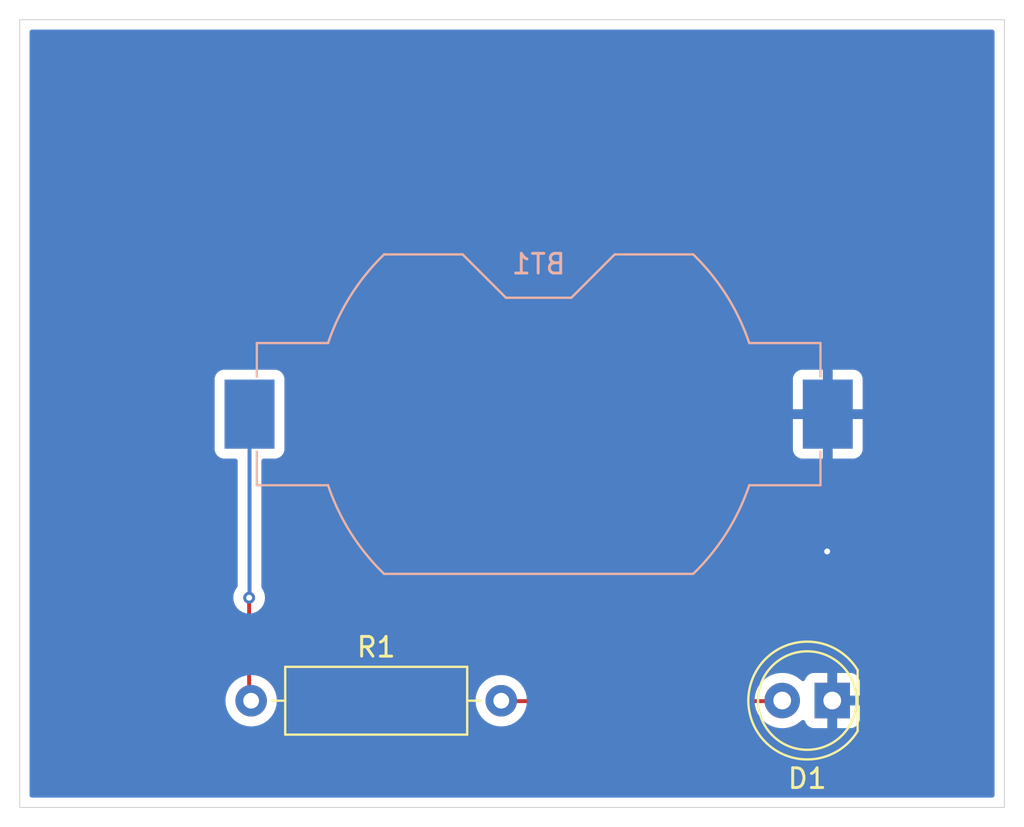
<source format=kicad_pcb>
(kicad_pcb (version 20240108) (generator "pcbnew") (generator_version "8.0")
  (title_block (title "Learning KiCAD") (date "2024-07-26") (rev "0"))
  (layers (0 "F.Cu" signal) (31 "B.Cu" signal) (34 "B.Paste" user) (35 "F.Paste" user) (36 "B.SilkS" user "B.Silkscreen") (37 "F.SilkS" user "F.Silkscreen") (38 "B.Mask" user) (39 "F.Mask" user) (44 "Edge.Cuts" user))
  (net 0 "")
  (net 1 "GND")
  (net 2 "VCC")
  (net 3 "/led")
  (footprint "LED_THT:LED_D5.0mm" (layer "F.Cu") (at 161.257098 104.570483 180)
    (property "Reference" "D1" (at 1.27 -3.96 360) (layer "F.SilkS"))
    (property "Value" "red")
    (fp_line (start -1.29 -1.545) (end -1.29 1.545) (stroke (width 0.12)) (layer "F.SilkS"))
    (fp_arc (start 4.26 -0.000462) (mid 2.072002 2.880433) (end -1.29 1.54483) (stroke (width 0.12)) (layer "F.SilkS"))
    (fp_arc (start -1.29 -1.54483) (mid 2.072002 -2.880433) (end 4.26 0.000462) (stroke (width 0.12)) (layer "F.SilkS"))
    (fp_circle (center 1.27 0) (end 3.77 0) (stroke (width 0.12)) (fill none) (layer "F.SilkS"))
    (pad "1" thru_hole rect (at 0 0 180) (size 1.8 1.8) (drill 0.9) (layers "*.Cu" "*.Mask") (net 1 "GND"))
    (pad "2" thru_hole circle (at 2.54 0 180) (size 1.8 1.8) (drill 0.9) (layers "*.Cu" "*.Mask") (net 3 "/led"))
  )
  (footprint "Resistor_THT:R_Axial_DIN0309_L9.0mm_D3.2mm_P12.70mm_Horizontal" (layer "F.Cu") (at 131.751367 104.579579)
    (property "Reference" "R1" (at 6.35 -2.72 0) (layer "F.SilkS"))
    (property "Value" "1k")
    (fp_line (start 1.04 0) (end 1.73 0) (stroke (width 0.12)) (layer "F.SilkS"))
    (fp_line (start 1.73 -1.72) (end 1.73 1.72) (stroke (width 0.12)) (layer "F.SilkS"))
    (fp_line (start 1.73 1.72) (end 10.97 1.72) (stroke (width 0.12)) (layer "F.SilkS"))
    (fp_line (start 10.97 -1.72) (end 1.73 -1.72) (stroke (width 0.12)) (layer "F.SilkS"))
    (fp_line (start 10.97 1.72) (end 10.97 -1.72) (stroke (width 0.12)) (layer "F.SilkS"))
    (fp_line (start 11.66 0) (end 10.97 0) (stroke (width 0.12)) (layer "F.SilkS"))
    (pad "1" thru_hole circle (at 0 0) (size 1.6 1.6) (drill 0.8) (layers "*.Cu" "*.Mask") (net 2 "VCC"))
    (pad "2" thru_hole oval (at 12.7 0) (size 1.6 1.6) (drill 0.8) (layers "*.Cu" "*.Mask") (net 3 "/led"))
  )
  (footprint "Battery:BatteryHolder_Keystone_1058_1x2032" (layer "B.Cu") (at 146.350014 90.028629)
    (property "Reference" "BT1" (at 0 -7.62 0) (layer "B.SilkS") (effects (justify mirror)))
    (property "Value" "3V")
    (fp_line (start -14.31 -3.61) (end -14.31 -1.9) (stroke (width 0.12)) (layer "B.SilkS"))
    (fp_line (start -14.31 -3.61) (end -10.692 -3.61) (stroke (width 0.12)) (layer "B.SilkS"))
    (fp_line (start -14.31 3.61) (end -14.31 1.9) (stroke (width 0.12)) (layer "B.SilkS"))
    (fp_line (start -10.692 3.61) (end -14.31 3.61) (stroke (width 0.12)) (layer "B.SilkS"))
    (fp_line (start -7.8473 -8.11) (end -3.86 -8.11) (stroke (width 0.12)) (layer "B.SilkS"))
    (fp_line (start -3.86 -8.11) (end -1.66 -5.91) (stroke (width 0.12)) (layer "B.SilkS"))
    (fp_line (start -1.66 -5.91) (end 1.66 -5.91) (stroke (width 0.12)) (layer "B.SilkS"))
    (fp_line (start 3.86 -8.11) (end 1.66 -5.91) (stroke (width 0.12)) (layer "B.SilkS"))
    (fp_line (start 3.86 -8.11) (end 7.8473 -8.11) (stroke (width 0.12)) (layer "B.SilkS"))
    (fp_line (start 7.8473 8.11) (end -7.8473 8.11) (stroke (width 0.12)) (layer "B.SilkS"))
    (fp_line (start 10.692 -3.61) (end 14.31 -3.61) (stroke (width 0.12)) (layer "B.SilkS"))
    (fp_line (start 14.31 -3.61) (end 14.31 -1.9) (stroke (width 0.12)) (layer "B.SilkS"))
    (fp_line (start 14.31 3.61) (end 10.692 3.61) (stroke (width 0.12)) (layer "B.SilkS"))
    (fp_line (start 14.31 3.61) (end 14.31 1.9) (stroke (width 0.12)) (layer "B.SilkS"))
    (fp_arc (start -10.692 -3.61) (mid -9.538085 -6.031245) (end -7.845371 -8.111789) (stroke (width 0.12)) (layer "B.SilkS"))
    (fp_arc (start -7.845371 8.111789) (mid -9.538084 6.031244) (end -10.692 3.61) (stroke (width 0.12)) (layer "B.SilkS"))
    (fp_arc (start 7.845371 -8.111789) (mid 9.538084 -6.031244) (end 10.692 -3.61) (stroke (width 0.12)) (layer "B.SilkS"))
    (fp_arc (start 10.692 3.61) (mid 9.538084 6.031244) (end 7.845371 8.111789) (stroke (width 0.12)) (layer "B.SilkS"))
    (pad "1" smd rect (at -14.68 0) (size 2.54 3.51) (layers "B.Cu" "B.Paste" "B.Mask") (net 2 "VCC"))
    (pad "2" smd rect (at 14.68 0) (size 2.54 3.51) (layers "B.Cu" "B.Paste" "B.Mask") (net 1 "GND"))
  )
  (gr_rect (start 120 70) (end 170 110) (stroke (width 0.05)) (fill none) (layer "Edge.Cuts"))
  (segment (start 161.257098 104.570483) (end 161.257098 97.257098) (width 0.2) (layer "F.Cu") (net 1))
  (segment (start 161.257098 97.257098) (end 161 97) (width 0.2) (layer "F.Cu") (net 1))
  (via (at 161 97) (size 0.6) (drill 0.3) (layers "F.Cu" "B.Cu") (net 1))
  (segment (start 161 97) (end 161.030014 96.969986) (width 0.2) (layer "B.Cu") (net 1))
  (segment (start 161.030014 96.969986) (end 161.030014 90.028629) (width 0.2) (layer "B.Cu") (net 1))
  (segment (start 131.65 99.35) (end 131.65 104.6) (width 0.2) (layer "F.Cu") (net 2))
  (via (at 131.65 99.35) (size 0.6) (drill 0.3) (layers "F.Cu" "B.Cu") (net 2))
  (segment (start 131.65 99.35) (end 131.670014 99.329986) (width 0.2) (layer "B.Cu") (net 2))
  (segment (start 131.670014 99.329986) (end 131.670014 90.028629) (width 0.2) (layer "B.Cu") (net 2))
  (segment (start 144.35 104.6) (end 158.687581 104.6) (width 0.2) (layer "F.Cu") (net 3))
  (segment (start 158.687581 104.6) (end 158.717098 104.570483) (width 0.2) (layer "F.Cu") (net 3))
  (zone (net 1) (net_name "GND") (layer "B.Cu") (connect_pads (clearance 0.5)) (min_thickness 0.25) (fill yes (thermal_gap 0.5) (thermal_bridge_width 0.5))
    (polygon (pts (xy 171 69) (xy 119 69) (xy 119 111) (xy 171 111)))
  )
)
</source>
